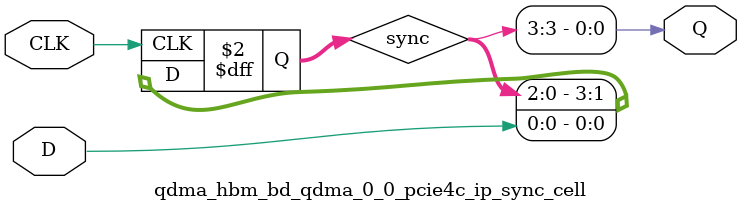
<source format=v>

`timescale 1ps / 1ps

(* DowngradeIPIdentifiedWarnings = "yes" *)
module qdma_hbm_bd_qdma_0_0_pcie4c_ip_sync_cell #
(
    parameter integer STAGE = 3
)
(
    //-------------------------------------------------------------------------- 
    //  Input Ports
    //-------------------------------------------------------------------------- 
    input                               CLK,
    input                               D,
    
    //-------------------------------------------------------------------------- 
    //  Output Ports
    //-------------------------------------------------------------------------- 
    output                              Q
);
    //-------------------------------------------------------------------------- 
    //  Synchronized Signals
    //--------------------------------------------------------------------------  
    (* ASYNC_REG = "TRUE", SHIFT_EXTRACT = "NO" *) reg [STAGE:0] sync;                                                            



//--------------------------------------------------------------------------------------------------
//  Synchronizier
//--------------------------------------------------------------------------------------------------
always @ (posedge CLK)
begin

    sync <= {sync[(STAGE-1):0], D};
            
end   



//--------------------------------------------------------------------------------------------------
//  Generate Output
//--------------------------------------------------------------------------------------------------
assign Q = sync[STAGE];



endmodule

</source>
